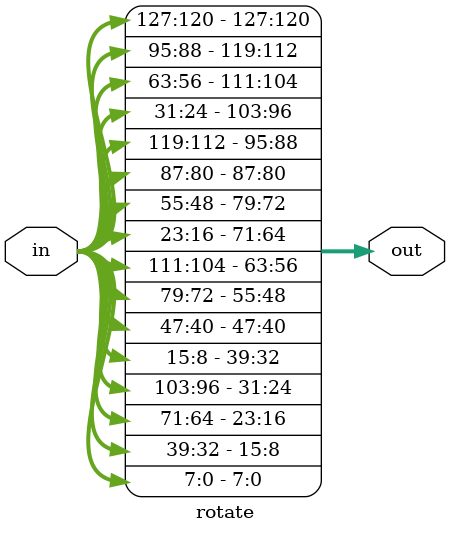
<source format=v>
module rotate(out, in);
   output [127:0] out;
   input [127:0]  in;

   assign
	out[127:120] = in[127:120],
	out[119:112] = in[ 95: 88],
	out[111:104] = in[ 63: 56],
	out[103: 96] = in[ 31: 24],
	out[ 95: 88] = in[119:112],
	out[ 87: 80] = in[ 87: 80],
	out[ 79: 72] = in[ 55: 48],
	out[ 71: 64] = in[ 23: 16],
	out[ 63: 56] = in[111:104],
	out[ 55: 48] = in[ 79: 72],
	out[ 47: 40] = in[ 47: 40],
	out[ 39: 32] = in[ 15:  8],
	out[ 31: 24] = in[103: 96],
	out[ 23: 16] = in[ 71: 64],
	out[ 15:  8] = in[ 39: 32],
     out[  7:  0] = in[  7:  0];
   
endmodule

</source>
